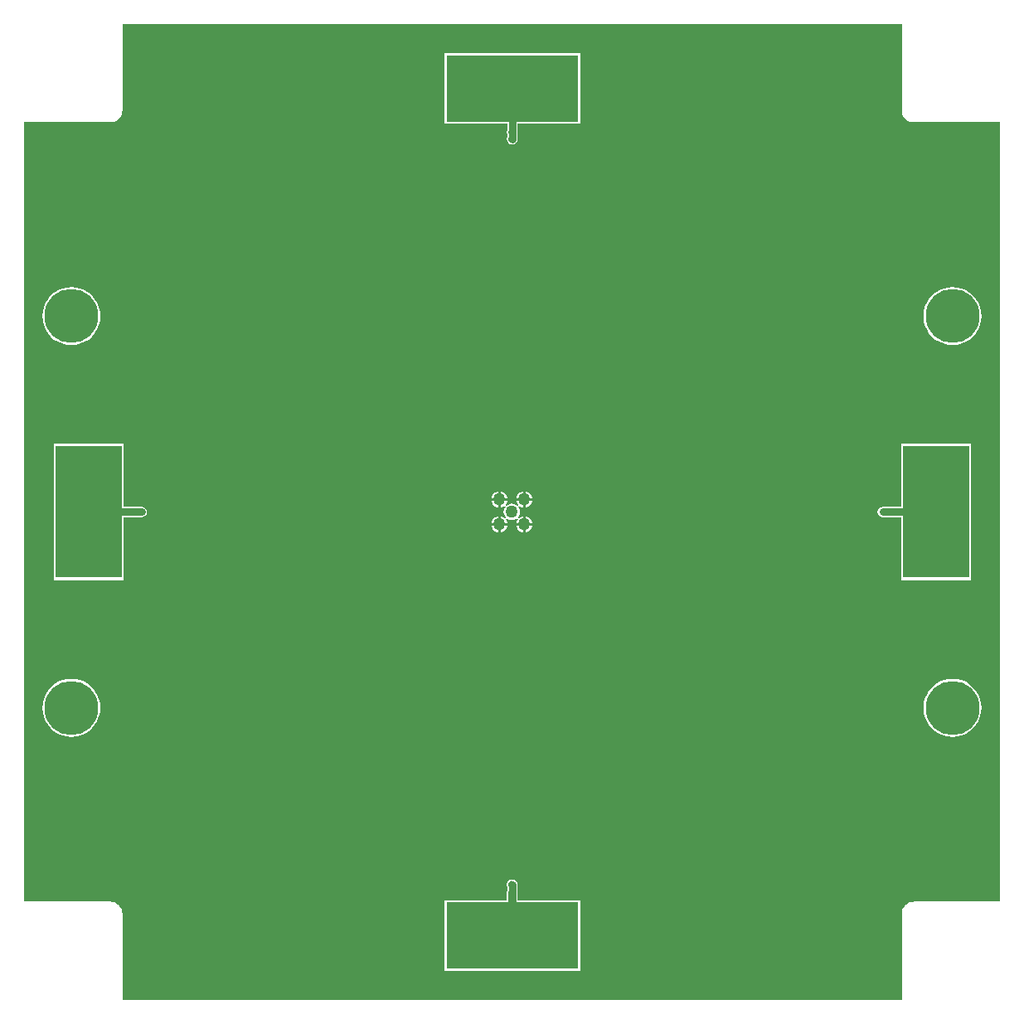
<source format=gtl>
G04*
G04 #@! TF.GenerationSoftware,Altium Limited,Altium Designer,22.1.2 (22)*
G04*
G04 Layer_Physical_Order=1*
G04 Layer_Color=255*
%FSLAX25Y25*%
%MOIN*%
G70*
G04*
G04 #@! TF.SameCoordinates,A02CA134-AAF4-468B-A2AC-DD95B3683172*
G04*
G04*
G04 #@! TF.FilePolarity,Positive*
G04*
G01*
G75*
%ADD11R,0.26575X0.53150*%
%ADD12R,0.53150X0.26575*%
%ADD18C,0.02900*%
%ADD19C,0.05000*%
%ADD20C,0.21654*%
%ADD21C,0.02362*%
G36*
X353578Y357718D02*
X353582Y357698D01*
X353579Y357679D01*
X353598Y357293D01*
X353612Y357235D01*
Y357175D01*
X353763Y356419D01*
X353793Y356346D01*
X353809Y356268D01*
X354104Y355555D01*
X354148Y355489D01*
X354178Y355416D01*
X354607Y354774D01*
X354663Y354718D01*
X354707Y354653D01*
X355252Y354107D01*
X355318Y354063D01*
X355374Y354007D01*
X356016Y353578D01*
X356089Y353548D01*
X356155Y353504D01*
X356868Y353209D01*
X356945Y353193D01*
X357018Y353163D01*
X357775Y353013D01*
X357835D01*
X357892Y352998D01*
X358278Y352979D01*
X358298Y352982D01*
X358318Y352978D01*
X392948D01*
Y39623D01*
X358318D01*
X358298Y39619D01*
X358278Y39622D01*
X357892Y39603D01*
X357835Y39589D01*
X357775D01*
X357018Y39438D01*
X356945Y39408D01*
X356868Y39393D01*
X356155Y39097D01*
X356089Y39053D01*
X356016Y39023D01*
X355374Y38594D01*
X355318Y38538D01*
X355252Y38494D01*
X354707Y37949D01*
X354663Y37883D01*
X354607Y37827D01*
X354178Y37185D01*
X354148Y37112D01*
X354104Y37047D01*
X353809Y36333D01*
X353793Y36256D01*
X353763Y36183D01*
X353612Y35426D01*
Y35366D01*
X353598Y35309D01*
X353579Y34923D01*
X353582Y34903D01*
X353578Y34883D01*
Y253D01*
X40223D01*
Y34883D01*
X40219Y34903D01*
X40222Y34923D01*
X40203Y35309D01*
X40189Y35366D01*
Y35426D01*
X40038Y36183D01*
X40008Y36256D01*
X39992Y36333D01*
X39697Y37047D01*
X39653Y37112D01*
X39623Y37185D01*
X39194Y37827D01*
X39138Y37883D01*
X39094Y37949D01*
X38548Y38494D01*
X38483Y38538D01*
X38427Y38594D01*
X37785Y39023D01*
X37712Y39053D01*
X37646Y39097D01*
X36933Y39393D01*
X36856Y39408D01*
X36783Y39438D01*
X36026Y39589D01*
X35966D01*
X35908Y39603D01*
X35522Y39622D01*
X35503Y39619D01*
X35483Y39623D01*
X853D01*
Y352978D01*
X35483D01*
X35503Y352982D01*
X35522Y352979D01*
X35908Y352998D01*
X35966Y353013D01*
X36026D01*
X36783Y353163D01*
X36856Y353193D01*
X36933Y353209D01*
X37646Y353504D01*
X37712Y353548D01*
X37785Y353578D01*
X38427Y354007D01*
X38483Y354063D01*
X38548Y354107D01*
X39094Y354653D01*
X39138Y354718D01*
X39194Y354774D01*
X39623Y355416D01*
X39653Y355489D01*
X39697Y355555D01*
X39992Y356268D01*
X40008Y356346D01*
X40038Y356419D01*
X40189Y357175D01*
Y357235D01*
X40203Y357293D01*
X40222Y357679D01*
X40219Y357698D01*
X40223Y357718D01*
Y392348D01*
X353578D01*
Y357718D01*
D02*
G37*
%LPC*%
G36*
X224375Y380662D02*
X169625D01*
Y352487D01*
X194907D01*
Y350101D01*
X194883Y349796D01*
X194861Y349583D01*
X194860Y349581D01*
X194737Y349150D01*
X194737Y349150D01*
X194758Y349000D01*
Y349000D01*
X194782Y348879D01*
X194907Y348248D01*
Y347230D01*
X194872Y346781D01*
X194860Y346707D01*
X194737Y346279D01*
X194737Y346279D01*
X194758Y346129D01*
Y346129D01*
X194782Y346008D01*
X194917Y345328D01*
X195371Y344649D01*
X196050Y344196D01*
X196850Y344036D01*
Y344034D01*
X197710Y344204D01*
X198438Y344691D01*
X198925Y345419D01*
X199095Y346279D01*
X199092D01*
Y349135D01*
X199095Y349150D01*
X199092D01*
Y352487D01*
X224375D01*
Y380662D01*
D02*
G37*
G36*
X19737Y286703D02*
X17912Y286560D01*
X16132Y286133D01*
X14442Y285432D01*
X12881Y284476D01*
X11490Y283288D01*
X10301Y281896D01*
X9345Y280336D01*
X8645Y278645D01*
X8217Y276865D01*
X8074Y275041D01*
X8217Y273216D01*
X8645Y271437D01*
X9345Y269746D01*
X10301Y268186D01*
X11490Y266794D01*
X12881Y265605D01*
X14442Y264649D01*
X16132Y263949D01*
X17912Y263522D01*
X19737Y263378D01*
X21561Y263522D01*
X23340Y263949D01*
X25031Y264649D01*
X26592Y265605D01*
X27983Y266794D01*
X29172Y268186D01*
X30128Y269746D01*
X30828Y271437D01*
X31256Y273216D01*
X31399Y275041D01*
X31256Y276865D01*
X30828Y278645D01*
X30128Y280336D01*
X29172Y281896D01*
X27983Y283288D01*
X26592Y284476D01*
X25031Y285432D01*
X23340Y286133D01*
X21561Y286560D01*
X19737Y286703D01*
D02*
G37*
G36*
X373964Y286703D02*
X372140Y286560D01*
X370360Y286133D01*
X368669Y285432D01*
X367109Y284476D01*
X365717Y283288D01*
X364529Y281896D01*
X363573Y280336D01*
X362872Y278645D01*
X362445Y276865D01*
X362301Y275041D01*
X362445Y273216D01*
X362872Y271437D01*
X363573Y269746D01*
X364529Y268186D01*
X365717Y266794D01*
X367109Y265605D01*
X368669Y264649D01*
X370360Y263949D01*
X372140Y263522D01*
X373964Y263378D01*
X375789Y263522D01*
X377568Y263949D01*
X379259Y264649D01*
X380819Y265605D01*
X382211Y266794D01*
X383400Y268186D01*
X384356Y269746D01*
X385056Y271437D01*
X385483Y273216D01*
X385627Y275041D01*
X385483Y276865D01*
X385056Y278645D01*
X384356Y280336D01*
X383400Y281896D01*
X382211Y283288D01*
X380819Y284476D01*
X379259Y285432D01*
X377568Y286133D01*
X375789Y286560D01*
X373964Y286703D01*
D02*
G37*
G36*
X202250Y204576D02*
Y201701D01*
X205126D01*
X205065Y202162D01*
X204733Y202965D01*
X204204Y203654D01*
X203515Y204183D01*
X202712Y204516D01*
X202250Y204576D01*
D02*
G37*
G36*
X201450Y204576D02*
X200989Y204516D01*
X200186Y204183D01*
X199497Y203654D01*
X198968Y202965D01*
X198635Y202162D01*
X198574Y201701D01*
X201450D01*
Y204576D01*
D02*
G37*
G36*
X192250D02*
Y201701D01*
X195126D01*
X195065Y202162D01*
X194733Y202965D01*
X194204Y203654D01*
X193515Y204183D01*
X192712Y204516D01*
X192250Y204576D01*
D02*
G37*
G36*
X191450D02*
X190989Y204516D01*
X190186Y204183D01*
X189497Y203654D01*
X188968Y202965D01*
X188635Y202162D01*
X188575Y201701D01*
X191450D01*
Y204576D01*
D02*
G37*
G36*
X201450Y200901D02*
X198574D01*
X198635Y200439D01*
X198968Y199636D01*
X199286Y199221D01*
X198930Y198865D01*
X198515Y199183D01*
X197712Y199516D01*
X196850Y199629D01*
X195989Y199516D01*
X195186Y199183D01*
X194771Y198865D01*
X194414Y199221D01*
X194733Y199636D01*
X195065Y200439D01*
X195126Y200901D01*
X192250D01*
Y198025D01*
X192712Y198086D01*
X193515Y198418D01*
X193930Y198737D01*
X194286Y198380D01*
X193968Y197965D01*
X193635Y197162D01*
X193522Y196301D01*
X193635Y195439D01*
X193968Y194636D01*
X194286Y194221D01*
X193930Y193865D01*
X193515Y194183D01*
X192712Y194516D01*
X192250Y194577D01*
Y191701D01*
X195126D01*
X195065Y192162D01*
X194733Y192965D01*
X194414Y193380D01*
X194771Y193737D01*
X195186Y193418D01*
X195989Y193086D01*
X196850Y192972D01*
X197712Y193086D01*
X198515Y193418D01*
X198930Y193737D01*
X199286Y193380D01*
X198968Y192965D01*
X198635Y192162D01*
X198574Y191701D01*
X201450D01*
Y194577D01*
X200989Y194516D01*
X200186Y194183D01*
X199771Y193865D01*
X199414Y194221D01*
X199733Y194636D01*
X200065Y195439D01*
X200179Y196301D01*
X200065Y197162D01*
X199733Y197965D01*
X199414Y198380D01*
X199771Y198737D01*
X200186Y198418D01*
X200989Y198086D01*
X201450Y198025D01*
Y200901D01*
D02*
G37*
G36*
X205126D02*
X202250D01*
Y198025D01*
X202712Y198086D01*
X203515Y198418D01*
X204204Y198947D01*
X204733Y199636D01*
X205065Y200439D01*
X205126Y200901D01*
D02*
G37*
G36*
X191450Y200901D02*
X188575D01*
X188635Y200439D01*
X188968Y199636D01*
X189497Y198947D01*
X190186Y198418D01*
X190989Y198086D01*
X191450Y198025D01*
Y200901D01*
D02*
G37*
G36*
X202250Y194577D02*
Y191701D01*
X205126D01*
X205065Y192162D01*
X204733Y192965D01*
X204204Y193654D01*
X203515Y194183D01*
X202712Y194516D01*
X202250Y194577D01*
D02*
G37*
G36*
X191450D02*
X190989Y194516D01*
X190186Y194183D01*
X189497Y193654D01*
X188968Y192965D01*
X188635Y192162D01*
X188575Y191701D01*
X191450D01*
Y194577D01*
D02*
G37*
G36*
X205126Y190901D02*
X202250D01*
Y188025D01*
X202712Y188086D01*
X203515Y188418D01*
X204204Y188947D01*
X204733Y189636D01*
X205065Y190439D01*
X205126Y190901D01*
D02*
G37*
G36*
X195126D02*
X192250D01*
Y188025D01*
X192712Y188086D01*
X193515Y188418D01*
X194204Y188947D01*
X194733Y189636D01*
X195065Y190439D01*
X195126Y190901D01*
D02*
G37*
G36*
X191450D02*
X188575D01*
X188635Y190439D01*
X188968Y189636D01*
X189497Y188947D01*
X190186Y188418D01*
X190989Y188086D01*
X191450Y188025D01*
Y190901D01*
D02*
G37*
G36*
X201450D02*
X198574D01*
X198635Y190439D01*
X198968Y189636D01*
X199497Y188947D01*
X200186Y188418D01*
X200989Y188086D01*
X201450Y188025D01*
Y190901D01*
D02*
G37*
G36*
X381414Y223674D02*
X353239D01*
Y198392D01*
X345958D01*
X345158Y198232D01*
X344479Y197779D01*
X344025Y197100D01*
X343866Y196299D01*
X344025Y195499D01*
X344479Y194820D01*
X345158Y194366D01*
X345958Y194207D01*
X353239D01*
Y168924D01*
X381414D01*
Y223674D01*
D02*
G37*
G36*
X40863D02*
X12688D01*
Y168924D01*
X40863D01*
Y194207D01*
X47957D01*
X48758Y194366D01*
X49437Y194820D01*
X49890Y195499D01*
X50050Y196299D01*
X49890Y197100D01*
X49437Y197779D01*
X48758Y198232D01*
X47957Y198392D01*
X40863D01*
Y223674D01*
D02*
G37*
G36*
X19737Y129223D02*
X17912Y129080D01*
X16132Y128652D01*
X14442Y127952D01*
X12881Y126996D01*
X11490Y125807D01*
X10301Y124416D01*
X9345Y122855D01*
X8645Y121165D01*
X8217Y119385D01*
X8074Y117561D01*
X8217Y115736D01*
X8645Y113956D01*
X9345Y112266D01*
X10301Y110705D01*
X11490Y109314D01*
X12881Y108125D01*
X14442Y107169D01*
X16132Y106469D01*
X17912Y106041D01*
X19737Y105898D01*
X21561Y106041D01*
X23340Y106469D01*
X25031Y107169D01*
X26592Y108125D01*
X27983Y109314D01*
X29172Y110705D01*
X30128Y112266D01*
X30828Y113956D01*
X31256Y115736D01*
X31399Y117561D01*
X31256Y119385D01*
X30828Y121165D01*
X30128Y122855D01*
X29172Y124416D01*
X27983Y125807D01*
X26592Y126996D01*
X25031Y127952D01*
X23340Y128652D01*
X21561Y129080D01*
X19737Y129223D01*
D02*
G37*
G36*
X373964Y129223D02*
X372140Y129080D01*
X370360Y128652D01*
X368669Y127952D01*
X367109Y126996D01*
X365717Y125807D01*
X364529Y124416D01*
X363573Y122855D01*
X362872Y121165D01*
X362445Y119385D01*
X362301Y117561D01*
X362445Y115736D01*
X362872Y113956D01*
X363573Y112266D01*
X364529Y110705D01*
X365717Y109314D01*
X367109Y108125D01*
X368669Y107169D01*
X370360Y106469D01*
X372140Y106041D01*
X373964Y105898D01*
X375789Y106041D01*
X377568Y106469D01*
X379259Y107169D01*
X380819Y108125D01*
X382211Y109314D01*
X383400Y110705D01*
X384356Y112266D01*
X385056Y113956D01*
X385483Y115736D01*
X385627Y117561D01*
X385483Y119385D01*
X385056Y121165D01*
X384356Y122855D01*
X383400Y124416D01*
X382211Y125807D01*
X380819Y126996D01*
X379259Y127952D01*
X377568Y128652D01*
X375789Y129080D01*
X373964Y129223D01*
D02*
G37*
G36*
X196850Y48607D02*
Y48603D01*
X196050Y48444D01*
X195371Y47991D01*
X194917Y47312D01*
X194825Y46850D01*
X194758Y46511D01*
X194737Y46361D01*
X194737D01*
X194866Y45915D01*
X194907Y45640D01*
X194907Y45487D01*
Y44252D01*
X194758Y43500D01*
Y40111D01*
X169625D01*
Y11936D01*
X224375D01*
Y40111D01*
X199092D01*
Y46361D01*
X199095D01*
X198925Y47221D01*
X198438Y47949D01*
X197710Y48436D01*
X196850Y48607D01*
D02*
G37*
%LPD*%
D11*
X367327Y196299D02*
D03*
X26776D02*
D03*
D12*
X197000Y26024D02*
D03*
X197000Y366575D02*
D03*
D18*
X197000Y46361D02*
G03*
X196850Y46511I-150J0D01*
G01*
Y26173D02*
G03*
X197000Y26024I150J0D01*
G01*
X196850Y346129D02*
G03*
X197000Y346279I0J150D01*
G01*
X196850Y349000D02*
G03*
X197000Y349150I0J150D01*
G01*
Y346279D02*
Y349150D01*
X197000Y26024D02*
Y46361D01*
X196850Y26173D02*
Y43500D01*
X349000Y196299D02*
X367327D01*
X345958D02*
X349000D01*
X197000Y349150D02*
Y366575D01*
X45000Y196299D02*
X47957D01*
X26776D02*
X45000D01*
D19*
X196850Y196301D02*
D03*
X201850Y201301D02*
D03*
Y191301D02*
D03*
X191850D02*
D03*
Y201301D02*
D03*
D20*
X373964Y117561D02*
D03*
Y275041D02*
D03*
X19737Y117561D02*
D03*
Y275041D02*
D03*
D21*
X196850Y46511D02*
D03*
Y43500D02*
D03*
X345958Y196299D02*
D03*
X349000D02*
D03*
X196850Y346129D02*
D03*
Y349000D02*
D03*
X47957Y196299D02*
D03*
X45000D02*
D03*
M02*

</source>
